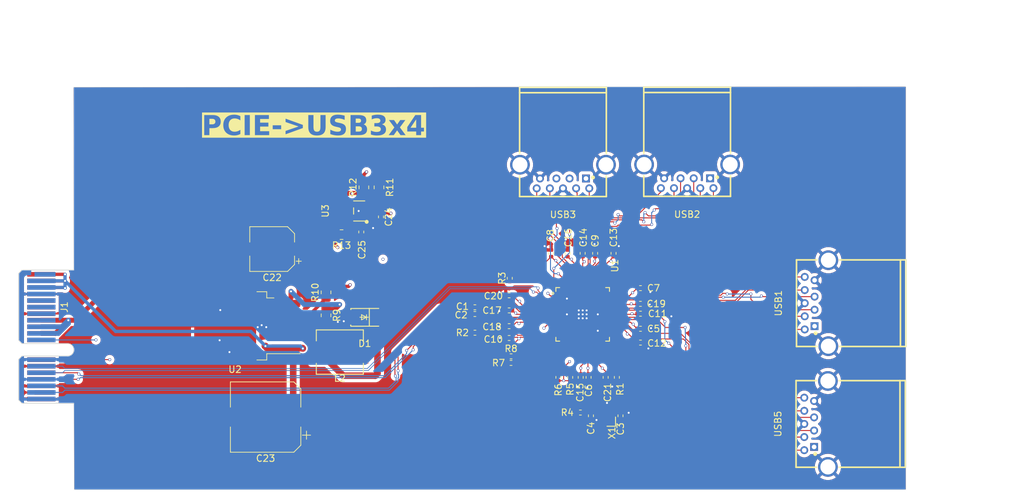
<source format=kicad_pcb>
(kicad_pcb (version 20221018) (generator pcbnew)
  (layers (0 "F.Cu" signal) (1 "In1.Cu" signal) (2 "In2.Cu" signal) (3 "In3.Cu" signal) (4 "In4.Cu" signal) (31 "B.Cu" signal) (34 "B.Paste" user) (35 "F.Paste" user) (36 "B.SilkS" user "B.Silkscreen") (37 "F.SilkS" user "F.Silkscreen") (38 "B.Mask" user) (39 "F.Mask" user) (44 "Edge.Cuts" user))
  (net 0 "")
  (net 1 "/PCIE_CONN/PCIE_RX_P")
  (net 2 "Net-(U1-PETXP)")
  (net 3 "/PCIE_CONN/PCIE_RX_N")
  (net 4 "Net-(U1-PETXN)")
  (net 5 "Net-(U1-XT1)")
  (net 6 "GND")
  (net 7 "Net-(X1-OUT)")
  (net 8 "/USB_IC/3v3_A")
  (net 9 "Net-(U2-FB)")
  (net 10 "/PCIE_CONN/12v")
  (net 11 "/PCIE_CONN/3.3v")
  (net 12 "Net-(U3-OUT)")
  (net 13 "Net-(D1-A)")
  (net 19 "/PCIE_CONN/PCIE_N_RESET")
  (net 20 "/PCIE_CONN/PCIE_CLK_P")
  (net 21 "/PCIE_CONN/PCIE_CLK_N")
  (net 26 "/PCIE_CONN/PCIE_CLK_REQ")
  (net 27 "/PCIE_CONN/PCIE_TX_P")
  (net 28 "/PCIE_CONN/PCIE_TX_N")
  (net 30 "Net-(U1-RREF)")
  (net 31 "Net-(U1-PONRSTB)")
  (net 32 "Net-(U1-SMIB)")
  (net 33 "Net-(U1-XT2)")
  (net 34 "Net-(U1-OCI1B)")
  (net 35 "Net-(U1-OCI2B)")
  (net 36 "Net-(U1-OCI3B)")
  (net 37 "Net-(U1-OCI4B)")
  (net 38 "Net-(U2-~{ON}{slash}OFF)")
  (net 39 "/PSU/5V")
  (net 40 "Net-(U3-EN)")
  (net 42 "/USB_IC/1v05_USB")
  (net 51 "Net-(U1-U3TXDP1)")
  (net 52 "Net-(U1-U3TXDN1)")
  (net 53 "Net-(U1-U3RXDP1)")
  (net 54 "Net-(U1-U3RXDN1)")
  (net 55 "Net-(U1-U2DP1)")
  (net 56 "Net-(U1-U2DM1)")
  (net 57 "Net-(U1-U3TXDP2)")
  (net 58 "Net-(U1-U3TXDN2)")
  (net 59 "Net-(U1-U3RXDP2)")
  (net 60 "Net-(U1-U3RXDN2)")
  (net 61 "Net-(U1-U2DP2)")
  (net 62 "Net-(U1-U2DM2)")
  (net 63 "Net-(U1-U3TXDP3)")
  (net 64 "Net-(U1-U3TXDN3)")
  (net 65 "Net-(U1-U3RXDP3)")
  (net 66 "Net-(U1-U3RXDN3)")
  (net 67 "Net-(U1-U2DP3)")
  (net 68 "Net-(U1-U2DM3)")
  (net 69 "Net-(U1-U3TXDP4)")
  (net 70 "Net-(U1-U3TXDN4)")
  (net 71 "Net-(U1-U3RXDP4)")
  (net 72 "Net-(U1-U3RXDN4)")
  (net 73 "Net-(U1-U2DP4)")
  (net 74 "Net-(U1-U2DM4)")
  (net 76 "/USB_IC/3v3_USB")
  (footprint "Capacitor_SMD:CP_Elec_6.3x7.7" (layer "F.Cu") (at 152.63 78.95 180)
    (fp_text reference "C22")
    (fp_text value "220u")
  )
  (footprint "Resistor_SMD:R_0402_1005Metric" (layer "F.Cu") (at 183.488 88.846)
    (fp_text reference "C2")
    (fp_text value "100n")
  )
  (footprint "Resistor_SMD:R_0402_1005Metric" (layer "F.Cu") (at 195.1 79.6 90)
    (fp_text reference "C8")
    (fp_text value "10n")
  )
  (footprint "Resistor_SMD:R_0402_1005Metric" (layer "F.Cu") (at 199.555 103.86)
    (fp_text reference "R4")
    (fp_text value "680")
  )
  (footprint "Resistor_SMD:R_0402_1005Metric" (layer "F.Cu") (at 188.7 90.7)
    (fp_text reference "C18")
    (fp_text value "10n")
  )
  (footprint "Resistor_SMD:R_0805_2012Metric" (layer "F.Cu") (at 163.195 76.75 180)
    (fp_text reference "R13")
    (fp_text value "0R")
  )
  (footprint "Resistor_SMD:R_0402_1005Metric" (layer "F.Cu") (at 199.9 79.6 -90)
    (fp_text reference "C14")
    (fp_text value "10n")
  )
  (footprint "Resistor_SMD:R_0402_1005Metric" (layer "F.Cu") (at 200.8 98.5 -90)
    (fp_text reference "C6")
    (fp_text value "10n")
  )
  (footprint "Resistor_SMD:R_0402_1005Metric" (layer "F.Cu") (at 188.7 92.5 180)
    (fp_text reference "C10")
    (fp_text value "10n")
  )
  (footprint "Resistor_SMD:R_0402_1005Metric" (layer "F.Cu") (at 188.7 86 180)
    (fp_text reference "C20")
    (fp_text value "10n")
  )
  (footprint "Resistor_SMD:R_0402_1005Metric" (layer "F.Cu") (at 203.4 98.5 -90)
    (fp_text reference "C21")
    (fp_text value "10n")
  )
  (footprint "Resistor_SMD:R_0402_1005Metric" (layer "F.Cu") (at 189 95.3)
    (fp_text reference "R8")
    (fp_text value "10k")
  )
  (footprint "Resistor_SMD:R_0402_1005Metric" (layer "F.Cu") (at 205.1 98.5 90)
    (fp_text reference "R1")
    (fp_text value "1.62k")
  )
  (footprint "Resistor_SMD:R_0402_1005Metric" (layer "F.Cu") (at 188.99 96.3)
    (fp_text reference "R7")
    (fp_text value "10k")
  )
  (footprint "NEW:CRYSTAL-SMD_4P-L2.0-W1.6-BL" (layer "F.Cu") (at 203.45 104.3 90)
    (fp_text reference "X1")
    (fp_text value "7D024000H01")
  )
  (footprint "NEW:QFN-68_L8.0-W8.0-P0.40-BL-EP6.2" (layer "F.Cu") (at 199.898 88.9 -90)
    (fp_text reference "U1")
    (fp_text value "UPD720201K8-701-BAC-A")
  )
  (footprint "Resistor_SMD:R_0402_1005Metric" (layer "F.Cu") (at 205.655 104.36 90)
    (fp_text reference "C3")
    (fp_text value "8p")
  )
  (footprint "Resistor_SMD:R_0402_1005Metric" (layer "F.Cu") (at 208.7 84.9)
    (fp_text reference "C7")
    (fp_text value "10n")
  )
  (footprint "Resistor_SMD:R_0402_1005Metric" (layer "F.Cu") (at 196.2 98.5 90)
    (fp_text reference "R6")
    (fp_text value "10k")
  )
  (footprint "Resistor_SMD:R_0805_2012Metric" (layer "F.Cu") (at 160.83 85.55 90)
    (fp_text reference "R10")
    (fp_text value "0R")
  )
  (footprint "Resistor_SMD:R_0402_1005Metric" (layer "F.Cu") (at 183.5 91.7)
    (fp_text reference "R2")
    (fp_text value "10k")
  )
  (footprint "Capacitor_SMD:CP_Elec_10x10.5" (layer "F.Cu") (at 151.63 104.55 180)
    (fp_text reference "C23")
    (fp_text value "680u")
  )
  (footprint "Resistor_SMD:R_0402_1005Metric" (layer "F.Cu") (at 201.8 79.6 90)
    (fp_text reference "C9")
    (fp_text value "10n")
  )
  (footprint "Package_TO_SOT_SMD:TO-263-5_TabPin3" (layer "F.Cu") (at 146.98 90.65 180)
    (fp_text reference "U2")
    (fp_text value "LM2596S-5")
  )
  (footprint "Resistor_SMD:R_0402_1005Metric" (layer "F.Cu") (at 188.7 88.3)
    (fp_text reference "C17")
    (fp_text value "10n")
  )
  (footprint "NEW:IND-SMD_L7.0-W6.6_FXL0650" (layer "F.Cu") (at 162.93 94.65 180)
    (fp_text reference "L2")
    (fp_text value "FXL0650-330-M")
  )
  (footprint "Resistor_SMD:R_0402_1005Metric" (layer "F.Cu") (at 204.6 79.6 -90)
    (fp_text reference "C13")
    (fp_text value "10n")
  )
  (footprint "Resistor_SMD:R_0402_1005Metric" (layer "F.Cu") (at 208.7 91.1)
    (fp_text reference "C5")
    (fp_text value "10n")
  )
  (footprint "Resistor_SMD:R_0402_1005Metric" (layer "F.Cu") (at 183.49 87.83)
    (fp_text reference "C1")
    (fp_text value "100n")
  )
  (footprint "Resistor_SMD:R_0402_1005Metric" (layer "F.Cu") (at 208.7 88.8 180)
    (fp_text reference "C11")
    (fp_text value "10n")
  )
  (footprint "Resistor_SMD:R_0402_1005Metric" (layer "F.Cu") (at 188.8 83.4 90)
    (fp_text reference "R3")
    (fp_text value "NOPOP")
  )
  (footprint "Resistor_SMD:R_0402_1005Metric" (layer "F.Cu") (at 208.7 93.2 180)
    (fp_text reference "C12")
    (fp_text value "10n")
  )
  (footprint "NEW:USB-A-TH_U231-091N-1BLRC19-S5" (layer "F.Cu") (at 235.43 105.6 90)
    (fp_text reference "USB5")
    (fp_text value "U231-091N-1BLRC19-S5")
  )
  (footprint "Resistor_SMD:R_0402_1005Metric" (layer "F.Cu") (at 169.195 74.05 -90)
    (fp_text reference "C24")
    (fp_text value "1u")
  )
  (footprint "Connector_PCBEdge:BUS_PCIexpress_x1" (layer "F.Cu") (at 117.5 82.8 -90)
    (fp_text reference "J1")
    (fp_text value "Bus_PCI_Express_x1")
    (fp_line (start -0.65 -4.95) (end -0.65 2.95) (stroke (width 0.1)) (layer "Edge.Cuts"))
    (fp_line (start -0.65 2.95) (end -0.15 3.45) (stroke (width 0.1)) (layer "Edge.Cuts"))
    (fp_line (start -0.15 3.45) (end 10.05 3.45) (stroke (width 0.1)) (layer "Edge.Cuts"))
    (fp_line (start 10.55 -4) (end 10.55 2.95) (stroke (width 0.1)) (layer "Edge.Cuts"))
    (fp_line (start 10.55 2.95) (end 10.05 3.45) (stroke (width 0.1)) (layer "Edge.Cuts"))
    (fp_line (start 12.45 -4) (end 12.45 2.95) (stroke (width 0.1)) (layer "Edge.Cuts"))
    (fp_line (start 12.45 2.95) (end 12.95 3.45) (stroke (width 0.1)) (layer "Edge.Cuts"))
    (fp_line (start 12.95 3.45) (end 19.15 3.45) (stroke (width 0.1)) (layer "Edge.Cuts"))
    (fp_line (start 19.65 -4.95) (end 19.65 2.95) (stroke (width 0.1)) (layer "Edge.Cuts"))
    (fp_line (start 19.65 2.95) (end 19.15 3.45) (stroke (width 0.1)) (layer "Edge.Cuts"))
    (fp_arc (start 10.55 -4) (mid 11.5 -4.95) (end 12.45 -4) (stroke (width 0.1)) (layer "Edge.Cuts"))
  )
  (footprint "Resistor_SMD:R_0805_2012Metric" (layer "F.Cu") (at 166.595 69.55 90)
    (fp_text reference "R12")
    (fp_text value "0R")
  )
  (footprint "NEW:USB-A-TH_U231-091N-1BLRC19-S5" (layer "F.Cu") (at 215.8 67.87 180)
    (fp_text reference "USB2")
    (fp_text value "U231-091N-1BLRC19-S5")
  )
  (footprint "Resistor_SMD:R_0402_1005Metric" (layer "F.Cu") (at 198 98.5 90)
    (fp_text reference "R5")
    (fp_text value "10k")
  )
  (footprint "Resistor_SMD:R_0402_1005Metric" (layer "F.Cu") (at 197.6 79.6 -90)
    (fp_text reference "C16")
    (fp_text value "10n")
  )
  (footprint "NEW:USB-A-TH_U231-091N-1BLRC19-S5" (layer "F.Cu") (at 196.9 67.9 180)
    (fp_text reference "USB3")
    (fp_text value "U231-091N-1BLRC19-S5")
  )
  (footprint "Resistor_SMD:R_0402_1005Metric" (layer "F.Cu") (at 199.6 98.5 90)
    (fp_text reference "C15")
    (fp_text value "10n")
  )
  (footprint "Resistor_SMD:R_0402_1005Metric" (layer "F.Cu") (at 208.69 87.3 180)
    (fp_text reference "C19")
    (fp_text value "10n")
  )
  (footprint "NEW:SOT-23-5_L3.0-W1.7-P0.95-LS2.8-BL" (layer "F.Cu") (at 165.88 73.15 90)
    (fp_text reference "U3")
    (fp_text value "TLV743105PDBVR")
  )
  (footprint "NEW:DO-214AC_L4.3-W2.7-LS5.0-RD" (layer "F.Cu") (at 166.73 89.35 180)
    (fp_text reference "D1")
    (fp_text value "SS34-MS")
  )
  (footprint "Resistor_SMD:R_0402_1005Metric" (layer "F.Cu") (at 201.155 104.36 -90)
    (fp_text reference "C4")
    (fp_text value "8p")
  )
  (footprint "Resistor_SMD:R_0805_2012Metric" (layer "F.Cu") (at 168.895 69.55 -90)
    (fp_text reference "R11")
    (fp_text value "0R")
  )
  (footprint "Resistor_SMD:R_0805_2012Metric" (layer "F.Cu") (at 160.83 89.05 -90)
    (fp_text reference "R9")
    (fp_text value "0R")
  )
  (footprint "NEW:USB-A-TH_U231-091N-1BLRC19-S5" (layer "F.Cu") (at 235.5 87.2 90)
    (fp_text reference "USB1")
    (fp_text value "U231-091N-1BLRC19-S5")
  )
  (footprint "Resistor_SMD:R_0402_1005Metric" (layer "F.Cu") (at 166.195 76.35 90)
    (fp_text reference "C25")
    (fp_text value "1u")
  )
  (gr_line (start 122.45 102.45) (end 122.5 115.6) (stroke (width 0.05)) (layer "Edge.Cuts"))
  (gr_line (start 122.5 115.6) (end 249.1 115.6) (stroke (width 0.05)) (layer "Edge.Cuts"))
  (gr_line (start 249.1 54.2) (end 122.4 54.3) (stroke (width 0.05)) (layer "Edge.Cuts"))
  (gr_line (start 122.4 54.3) (end 122.45 82.15) (stroke (width 0.05)) (layer "Edge.Cuts"))
  (gr_line (start 249.1 115.6) (end 249.1 54.2) (stroke (width 0.05)) (layer "Edge.Cuts"))
  (gr_text "PCIE->USB3x4" (at 141.9 62.1) (layer "F.SilkS" knockout) (effects (font (size 3 3) (thickness 0.3) bold) (justify left bottom)))
  (segment (start 171.4 98.3) (end 171.321 98.221) (width 0.15) (layer "F.Cu") (net 1))
  (segment (start 171.321 98.221) (end 171.321 94.566866) (width 0.15) (layer "F.Cu") (net 1))
  (segment (start 171.321 94.566866) (end 178.057866 87.83) (width 0.15) (layer "F.Cu") (net 1))
  (segment (start 178.057866 87.83) (end 182.98 87.83) (width 0.15) (layer "F.Cu") (net 1))
  (via (at 171.4 98.3) (size 0.45) (drill 0.3) (layers "F.Cu" "B.Cu") (net 1))
  (segment (start 171.499999 98.987867) (end 170.337866 100.15) (width 0.15) (layer "B.Cu") (net 1))
  (segment (start 171.4 98.3) (end 171.499999 98.399999) (width 0.15) (layer "B.Cu") (net 1))
  (segment (start 171.499999 98.399999) (end 171.499999 98.987867) (width 0.15) (layer "B.Cu") (net 1))
  (segment (start 121.075001 100.15) (end 120.725001 99.8) (width 0.15) (layer "B.Cu") (net 1))
  (segment (start 170.337866 100.15) (end 121.075001 100.15) (width 0.15) (layer "B.Cu") (net 1))
  (segment (start 120.725001 99.8) (end 117.5 99.8) (width 0.15) (layer "B.Cu") (net 1))
  (segment (start 184.73 87.1) (end 184 87.83) (width 0.15) (layer "F.Cu") (net 2))
  (segment (start 190.5 88.1) (end 189.5 87.1) (width 0.15) (layer "F.Cu") (net 2))
  (segment (start 195.988 88.1) (end 190.5 88.1) (width 0.15) (layer "F.Cu") (net 2))
  (segment (start 189.5 87.1) (end 184.73 87.1) (width 0.15) (layer "F.Cu") (net 2))
  (segment (start 177.823133 88.489001) (end 182.621001 88.489001) (width 0.15) (layer "F.Cu") (net 3))
  (segment (start 171.8 97.5) (end 171.8 94.512134) (width 0.15) (layer "F.Cu") (net 3))
  (segment (start 182.621001 88.489001) (end 182.978 88.846) (width 0.15) (layer "F.Cu") (net 3))
  (segment (start 171.8 94.512134) (end 177.823133 88.489001) (width 0.15) (layer "F.Cu") (net 3))
  (via (at 171.8 97.5) (size 0.45) (drill 0.3) (layers "F.Cu" "B.Cu") (net 3))
  (segment (start 171.8 98.577409) (end 171.8 99.112134) (width 0.15) (layer "B.Cu") (net 3))
  (segment (start 171.8 97.5) (end 171.8 98.022591) (width 0.15) (layer "B.Cu") (net 3))
  (segment (start 171.8 99.112134) (end 170.462134 100.45) (width 0.15) (layer "B.Cu") (net 3))
  (segment (start 170.462134 100.45) (end 121.075001 100.45) (width 0.15) (layer "B.Cu") (net 3))
  (segment (start 121.075001 100.45) (end 120.725001 100.8) (width 0.15) (layer "B.Cu") (net 3))
  (segment (start 171.879 98.498409) (end 171.8 98.577409) (width 0.15) (layer "B.Cu") (net 3))
  (segment (start 120.725001 100.8) (end 117.5 100.8) (width 0.15) (layer "B.Cu") (net 3))
  (segment (start 171.879 98.101591) (end 171.879 98.498409) (width 0.15) (layer "B.Cu") (net 3))
  (segment (start 171.8 98.022591) (end 171.879 98.101591) (width 0.15) (layer "B.Cu") (net 3))
  (segment (start 189.2 87.4) (end 190.3 88.5) (width 0.15) (layer "F.Cu") (net 4))
  (segment (start 190.3 88.5) (end 195.988 88.5) (width 0.15) (layer "F.Cu") (net 4))
  (segment (start 185.444 87.4) (end 189.2 87.4) (width 0.15) (layer "F.Cu") (net 4))
  (segment (start 183.998 88.846) (end 185.444 87.4) (width 0.15) (layer "F.Cu") (net 4))
  (segment (start 201.898 98.398) (end 201.898 92.81) (width 0.15) (layer "F.Cu") (net 5))
  (segment (start 205.525 105) (end 205.655 104.87) (width 0.15) (layer "F.Cu") (net 5))
  (segment (start 204.625 104.375) (end 204.625 101.125) (width 0.15) (layer "F.Cu") (net 5))
  (segment (start 204.625 101.125) (end 201.898 98.398) (width 0.15) (layer "F.Cu") (net 5))
  (segment (start 204 105) (end 205.525 105) (width 0.15) (layer "F.Cu") (net 5))
  (segment (start 204 105) (end 204.625 104.375) (width 0.15) (layer "F.Cu") (net 5))
  (segment (start 154.63 90.65) (end 151.93 90.65) (width 0.5) (layer "F.Cu") (net 6))
  (segment (start 167.995 75.75) (end 167.995 75.76) (width 0.5) (layer "F.Cu") (net 6))
  (segment (start 199.9 79.09) (end 199.9 77.9) (width 0.15) (layer "F.Cu") (net 6))
  (segment (start 167.915 75.84) (end 166.195 75.84) (width 0.5) (layer "F.Cu") (net 6))
  (segment (start 204 103.6) (end 204 102.8) (width 0.15) (layer "F.Cu") (net 6))
  (segment (start 197.3 77.5) (end 197.4 77.5) (width 0.15) (layer "F.Cu") (net 6))
  (segment (start 187.7 86) (end 187.2 85.5) (width 0.15) (layer "F.Cu") (net 6))
  (segment (start 209.21 91.1) (end 210.2 91.1) (width 0.15) (layer "F.Cu") (net 6))
  (segment (start 162.5425 89.9625) (end 162.63 90.05) (width 1) (layer "F.Cu") (net 6))
  (segment (start 164.1875 89.9625) (end 164.8 89.35) (width 1) (layer "F.Cu") (net 6))
  (segment (start 210 87.3) (end 210.1 87.4) (width 0.15) (layer "F.Cu") (net 6))
  (segment (start 188.19 92.5) (end 187.3 92.5) (width 0.15) (layer "F.Cu") (net 6))
  (segment (start 188.19 90.7) (end 187.3 90.7) (width 0.15) (layer "F.Cu") (net 6))
  (segment (start 206.9 103.9) (end 206.85 103.85) (width 0.15) (layer "F.Cu") (net 6))
  (segment (start 150.93 90.65) (end 150.63 90.65) (width 0.5) (layer "F.Cu") (net 6))
  (segment (start 203.098 92.81) (end 203.098 92.298) (width 0.15) (layer "F.Cu") (net 6))
  (segment (start 147.43 93.9) (end 147.905 93.425) (width 0.5) (layer "F.Cu") (net 6))
  (segment (start 151.53 90.65) (end 151.13 90.65) (width 0.5) (layer "F.Cu") (net 6))
  (segment (start 188.09 88.4) (end 188.19 88.3) (width 0.15) (layer "F.Cu") (net 6))
  (segment (start 209.21 88.8) (end 213.1 88.8) (width 0.15) (layer "F.Cu") (net 6))
  (segment (start 169.195 74.56) (end 168.005 75.75) (width 0.5) (layer "F.Cu") (net 6))
  (segment (start 197.6 79.09) (end 197.6 77.7) (width 0.15) (layer "F.Cu") (net 6))
  (segment (start 167.995 75.76) (end 167.915 75.84) (width 0.5) (layer "F.Cu") (net 6))
  (segment (start 197.6 77.7) (end 197.3 77.5) (width 0.15) (layer "F.Cu") (net 6))
  (segment (start 163.5425 89.9625) (end 164.1875 89.9625) (width 1) (layer "F.Cu") (net 6))
  (segment (start 204 102.8) (end 203.6 102.4) (width 0.15) (layer "F.Cu") (net 6))
  (segment (start 168.005 75.75) (end 167.995 75.75) (width 0.5) (layer "F.Cu") (net 6))
  (segment (start 209.21 84.9) (end 209.6 84.9) (width 0.15) (layer "F.Cu") (net 6))
  (segment (start 151.93 90.65) (end 151.73 90.85) (width 0.5) (layer "F.Cu") (net 6))
  (segment (start 205.1 99.01) (end 205.1 99.2) (width 0.15) (layer "F.Cu") (net 6))
  (segment (start 202.9 105) (end 202 105) (width 0.15) (layer "F.Cu") (net 6))
  (segment (start 151.13 90.65) (end 151.03 90.55) (width 0.5) (layer "F.Cu") (net 6))
  (segment (start 150.43 90.85) (end 150.23 90.65) (width 0.5) (layer "F.Cu") (net 6))
  (segment (start 199.6 99.4) (end 199.1 99.9) (width 0.15) (layer "F.Cu") (net 6))
  (segment (start 150.63 90.65) (end 150.43 90.85) (width 0.5) (layer "F.Cu") (net 6))
  (segment (start 203.4 99.01) (end 203.41 99.01) (width 0.15) (layer "F.Cu") (net 6))
  (segment (start 151.73 90.85) (end 151.53 90.65) (width 0.5) (layer "F.Cu") (net 6))
  (segment (start 162.7175 89.9625) (end 163.5175 89.9625) (width 1) (layer "F.Cu") (net 6))
  (segment (start 213.4 89.1) (end 213.4 89.2) (width 0.15) (layer "F.Cu") (net 6))
  (segment (start 188.19 86) (end 187.7 86) (width 0.15) (layer "F.Cu") (net 6))
  (segment (start 194.69 79.09) (end 194.1 78.5) (width 0.15) (layer "F.Cu") (net 6))
  (segment (start 200.8 99.01) (end 200.8 99.8) (width 0.15) (layer "F.Cu") (net 6))
  (segment (start 205.655 103.85) (end 206.9 103.9) (width 0.15) (layer "F.Cu") (net 6))
  (segment (start 213.1 88.8) (end 213.4 89.1) (width 0.15) (layer "F.Cu") (net 6))
  (segment (start 187.2 88.4) (end 188.09 88.4) (width 0.15) (layer "F.Cu") (net 6))
  (segment (start 165.795 73.15) (end 165.895 73.15) (width 0.5) (layer "F.Cu") (net 6))
  (segment (start 209.21 93.2) (end 209.21 93.41) (width 0.15) (layer "F.Cu") (net 6))
  (segment (start 202 105) (end 201.285 105) (width 0.15) (layer "F.Cu") (net 6))
  (segment (start 210.2 91.1) (end 210.3 91) (width 0.15) (layer "F.Cu") (net 6))
  (segment (start 167.03 73.15) (end 165.795 73.15) (width 0.5) (layer "F.Cu") (net 6))
  (segment (start 213.4 89.2) (end 213.5 89.2) (width 0.15) (layer "F.Cu") (net 6))
  (segment (start 209.2 87.3) (end 210 87.3) (width 0.15) (layer "F.Cu") (net 6))
  (segment (start 213.5 89.2) (end 213.5 89.2) (width 0.15) (layer "F.Cu") (net 6))
  (segment (start 205.1 99.2) (end 204.4 99.9) (width 0.15) (layer "F.Cu") (net 6))
  (segment (start 147.43 104.55) (end 147.43 93.9) (width 0.5) (layer "F.Cu") (net 6))
  (segment (start 204.6 79.09) (end 204.81 79.09) (width 0.15) (layer "F.Cu") (net 6))
  (segment (start 163.53 89.95) (end 163.5425 89.9625) (width 1) (layer "F.Cu") (net 6))
  (segment (start 204.4 99.9) (end 204.3 99.9) (width 0.15) (layer "F.Cu") (net 6))
  (segment (start 204.81 79.09) (end 205.4 78.5) (width 0.15) (layer "F.Cu") (net 6))
  (segment (start 200.8 99.8) (end 200.6 100) (width 0.15) (layer "F.Cu") (net 6))
  (segment (start 201.8 79.09) (end 201.8 78.3) (width 0.15) (layer "F.Cu") (net 6))
  (segment (start 162.63 90.05) (end 162.7175 89.9625) (width 1) (layer "F.Cu") (net 6))
  (segment (start 195.1 79.09) (end 194.69 79.09) (width 0.15) (layer "F.Cu") (net 6))
  (segment (start 199.6 99.01) (end 199.6 99.4) (width 0.15) (layer "F.Cu") (net 6))
  (segment (start 209.21 93.41) (end 209.9 94.1) (width 0.15) (layer "F.Cu") (net 6))
  (segment (start 203.41 99.01) (end 204.4 99.9) (width 0.15) (layer "F.Cu") (net 6))
  (segment (start 203.098 92.298) (end 202.2 91.4) (width 0.15) (layer "F.Cu") (net 6))
  (segment (start 201.285 105) (end 201.155 104.87) (width 0.15) (layer "F.Cu") (net 6))
  (segment (start 209.6 84.9) (end 210.2 85.5) (width 0.15) (layer "F.Cu") (net 6))
  (segment (start 163.5175 89.9625) (end 163.53 89.95) (width 1) (layer "F.Cu") (net 6))
  (segment (start 160.83 89.9625) (end 162.5425 89.9625) (width 1) (layer "F.Cu") (net 6))
  (segment (start 150.23 90.65) (end 145.48 90.65) (width 0.5) (layer "F.Cu") (net 6))
  (segment (start 151.03 90.55) (end 150.93 90.65) (width 0.5) (layer "F.Cu") (net 6))
  (segment (start 187.3 90.7) (end 187.2 90.8) (width 0.15) (layer "F.Cu") (net 6))
  (segment (start 201.8 78.3) (end 201.7 78.2) (width 0.15) (layer "F.Cu") (net 6))
  (via (at 210.2 85.5) (size 0.45) (drill 0.3) (layers "F.Cu" "B.Cu") (net 6))
  (via (at 202.2 91.4) (size 0.45) (drill 0.3) (layers "F.Cu" "B.Cu") (net 6))
  (via (at 199.9 89.5) (size 0.45) (drill 0.3) (layers "F.Cu" "B.Cu") (net 6))
  (via (at 151.73 90.85) (size 0.45) (drill 0.3) (layers "F.Cu" "B.Cu") (net 6))
  (via (at 204.4 99.9) (size 0.45) (drill 0.3) (layers "F.Cu" "B.Cu") (net 6))
  (via (at 187.2 88.4) (size 0.45) (drill 0.3) (layers "F.Cu" "B.Cu") (net 6))
  (via (at 200.5 88.3) (size 0.45) (drill 0.3) (layers "F.Cu" "B.Cu") (net 6))
  (via (at 200.5 88.9) (size 0.45) (drill 0.3) (layers "F.Cu" "B.Cu") (net 6))
  (via (at 151.03 90.55) (size 0.45) (drill 0.3) (layers "F.Cu" "B.Cu") (net 6))
  (via (at 199.9 88.3) (size 0.45) (drill 0.3) (layers "F.Cu" "B.Cu") (net 6))
  (via (at 187.2 85.5) (size 0.45) (drill 0.3) (layers "F.Cu" "B.Cu") (net 6))
  (via (at 199.3 88.9) (size 0.45) (drill 0.3) (layers "F.Cu" "B.Cu") (net 6))
  (via (at 202 105) (size 0.45) (drill 0.3) (layers "F.Cu" "B.Cu") (net 6))
  (via (at 199.3 88.3) (size 0.45) (drill 0.3) (layers "F.Cu" "B.Cu") (net 6))
  (via (at 144.63 92.85) (size 0.45) (drill 0.3) (layers "F.Cu" "B.Cu") (net 6))
  (via (at 209.9 94.1) (size 0.45) (drill 0.3) (layers "F.Cu" "B.Cu") (net 6))
  (via (at 144.73 88.25) (size 0.45) (drill 0.3) (layers "F.Cu" "B.Cu") (net 6))
  (via (at 210.1 87.4) (size 0.45) (drill 0.3) (layers "F.Cu" "B.Cu") (net 6))
  (via (at 203.6 102.4) (size 0.45) (drill 0.3) (layers "F.Cu" "B.Cu") (net 6))
  (via (at 197.3 77.5) (size 0.45) (drill 0.3) (layers "F.Cu" "B.Cu") (net 6))
  (via (at 197.5 86.5) (size 0.45) (drill 0.3) (layers "F.Cu" "B.Cu") (net 6))
  (via (at 197.5 88.9) (size 0.45) (drill 0.3) (layers "F.Cu" "B.Cu") (net 6))
  (via (at 200.6 100) (size 0.45) (drill 0.3) (layers "F.Cu" "B.Cu") (net 6))
  (via (at 194.1 78.5) (size 0.45) (drill 0.3) (layers "F.Cu" "B.Cu") (net 6))
  (via (at 199.9 88.9) (size 0.45) (drill 0.3) (layers "F.Cu" "B.Cu") (net 6))
  (via (at 206.9 103.9) (size 0.45) (drill 0.3) (layers "F.Cu" "B.Cu") (net 6))
  (via (at 200.5 89.5) (size 0.45) (drill 0.3) (layers "F.Cu" "B.Cu") (net 6))
  (via (at 199.3 89.5) (size 0.45) (drill 0.3) (layers "F.Cu" "B.Cu") (net 6))
  (via (at 201.7 78.2) (size 0.45) (drill 0.3) (layers "F.Cu" "B.Cu") (net 6))
  (via (at 187.2 90.8) (size 0.45) (drill 0.3) (layers "F.Cu" "B.Cu") (net 6))
  (via (at 165.795 73.15) (size 0.45) (drill 0.3) (layers "F.Cu" "B.Cu") (net 6))
  (via (at 202.2 88.9) (size 0.45) (drill 0.3) (layers "F.Cu" "B.Cu") (net 6))
  (via (at 205.4 78.5) (size 0.45) (drill 0.3) (layers "F.Cu" "B.Cu") (net 6))
  (via (at 146.13 94.65) (size 0.45) (drill 0.3) (layers "F.Cu" "B.Cu") (net 6))
  (via (at 162.63 90.05) (size 0.45) (drill 0.3) (layers "F.Cu" "B.Cu") (net 6))
  (via (at 210.3 91) (size 0.45) (drill 0.3) (layers "F.Cu" "B.Cu") (net 6))
  (via (at 187.3 92.5) (size 0.45) (drill 0.3) (layers "F.Cu" "B.Cu") (net 6))
  (via (at 150.43 90.85) (size 0.45) (drill 0.3) (layers "F.Cu" "B.Cu") (net 6))
  (via (at 213.4 89.2) (size 0.45) (drill 0.3) (layers "F.Cu" "B.Cu") (net 6))
  (via (at 199.9 77.9) (size 0.45) (drill 0.3) (layers "F.Cu" "B.Cu") (net 6))
  (via (at 163.53 89.95) (size 0.45) (drill 0.3) (layers "F.Cu" "B.Cu") (net 6))
  (via (at 199.1 99.9) (size 0.45) (drill 0.3) (layers "F.Cu" "B.Cu") (net 6))
  (via (at 167.995 75.75) (size 0.45) (drill 0.3) (layers "F.Cu" "B.Cu") (net 6))
  (segment (start 200.075 103.85) (end 200.065 103.86) (width 0.15) (layer "F.Cu") (net 7))
  (segment (start 202.9 103.6) (end 201.405 103.6) (width 0.15) (layer "F.Cu") (net 7))
  (segment (start 201.405 103.6) (end 201.155 103.85) (width 0.15) (layer "F.Cu") (net 7))
  (segment (start 201.155 103.85) (end 200.075 103.85) (width 0.15) (layer "F.Cu") (net 7))
  (segment (start 203.4 97.99) (end 203.4 97.6) (width 0.15) (layer "F.Cu") (net 8))
  (segment (start 190.91 87.7) (end 195.988 87.7) (width 0.15) (layer "F.Cu") (net 8))
  (segment (start 190.11 86.9) (end 190.3 86.9) (width 0.15) (layer "F.Cu") (net 8))
  (segment (start 190.3 86.9) (end 190.3 87.09) (width 0.15) (layer "F.Cu") (net 8))
  (segment (start 202.298 96.498) (end 202.298 92.81) (width 0.15) (layer "F.Cu") (net 8))
  (segment (start 190.3 87.09) (end 190.91 87.7) (width 0.15) (layer "F.Cu") (net 8))
  (segment (start 202.9 97.1) (end 202.298 96.498) (width 0.15) (layer "F.Cu") (net 8))
  (segment (start 189.21 86) (end 190.11 86.9) (width 0.15) (layer "F.Cu") (net 8))
  (segment (start 203.4 97.6) (end 202.9 97.1) (width 0.15) (layer "F.Cu") (net 8))
  (via (at 202.9 97.1) (size 0.45) (drill 0.3) (layers "F.Cu" "B.Cu") (net 8))
  (via (at 190.3 86.9) (size 0.45) (drill 0.3) (layers "F.Cu" "B.Cu") (net 8))
  (segment (start 166.01 94.65) (end 163.33 94.65) (width 0.5) (layer "F.Cu") (net 9))
  (segment (start 161.51 92.734314) (end 161.275686 92.5) (width 0.5) (layer "F.Cu") (net 9))
  (segment (start 161.18 92.5) (end 158.3425 89.6625) (width 0.5) (layer "F.Cu") (net 9))
  (segment (start 158.3425 89.6625) (end 158.3425 88.95) (width 0.5) (layer "F.Cu") (net 9))
  (segment (start 161.51 92.83) (end 161.51 92.734314) (width 0.5) (layer "F.Cu") (net 9))
  (segment (start 161.275686 92.5) (end 161.18 92.5) (width 0.5) (layer "F.Cu") (net 9))
  (segment (start 160.83 86.4625) (end 158.3425 88.95) (width 0.5) (layer "F.Cu") (net 9))
  (segment (start 160.83 86.4625) (end 155.33 80.9625) (width 0.5) (layer "F.Cu") (net 9))
  (segment (start 155.33 80.9625) (end 155.33 78.95) (width 0.5) (layer "F.Cu") (net 9))
  (segment (start 158.3425 88.95) (end 154.63 88.95) (width 0.5) (layer "F.Cu") (net 9))
  (segment (start 163.33 94.65) (end 161.51 92.83) (width 0.5) (layer "F.Cu") (net 9))
  (segment (start 151.85 94.05) (end 151.606691 93.806691) (width 1) (layer "F.Cu") (net 10))
  (segment (start 154.63 94.05) (end 151.85 94.05) (width 1) (layer "F.Cu") (net 10))
  (segment (start 117.5 83.8) (end 121.1 83.8) (width 0.5) (layer "F.Cu") (net 10))
  (segment (start 155.83 95.25) (end 154.63 94.05) (width 1) (layer "F.Cu") (net 10))
  (segment (start 155.83 104.55) (end 155.83 95.25) (width 1) (layer "F.Cu") (net 10))
  (segment (start 121 84.8) (end 121.1 84.9) (width 0.5) (layer "F.Cu") (net 10))
  (segment (start 151.606691 93.806691) (end 151.606691 93.731782) (width 1) (layer "F.Cu") (net 10))
  (segment (start 117.5 84.8) (end 121 84.8) (width 0.5) (layer "F.Cu") (net 10))
  (segment (start 154.63 94.05) (end 157.25 94.05) (width 1) (layer "F.Cu") (net 10))
  (segment (start 117.5 82.8) (end 121.1 82.8) (width 0.5) (layer "F.Cu") (net 10))
  (segment (start 157.25 94.05) (end 157.3 94.1) (width 1) (layer "F.Cu") (net 10))
  (segment (start 151.531782 93.731782) (end 151.6 93.8) (width 1) (layer "F.Cu") (net 10))
  (segment (start 151.606691 93.731782) (end 151.531782 93.731782) (width 1) (layer "F.Cu") (net 10))
  (via (at 121.1 84.9) (size 0.45) (drill 0.3) (layers "F.Cu" "B.Cu") (net 10))
  (via (at 151.606691 93.731782) (size 0.45) (drill 0.3) (layers "F.Cu" "B.Cu") (net 10))
  (via (at 121.1 82.8) (size 0.45) (drill 0.3) (layers "F.Cu" "B.Cu") (net 10))
  (via (at 121.1 83.8) (size 0.45) (drill 0.3) (layers "F.Cu" "B.Cu") (net 10))
  (via (at 157.3 94.1) (size 0.45) (drill 0.3) (layers "F.Cu" "B.Cu") (net 10))
  (segment (start 151.606691 93.731782) (end 156.931782 93.731782) (width 0.5) (layer "B.Cu") (net 10))
  (segment (start 156.931782 93.731782) (end 157.3 94.1) (width 0.5) (layer "B.Cu") (net 10))
  (segment (start 128.804 91.504) (end 149.378909 91.504) (width 0.5) (layer "B.Cu") (net 10))
  (segment (start 149.378909 91.504) (end 151.606691 93.731782) (width 0.5) (layer "B.Cu") (net 10))
  (segment (start 117.5 84.8) (end 121 84.8) (width 0.5) (layer "B.Cu") (net 10))
  (segment (start 121.1 83.8) (end 128.804 91.504) (width 0.5) (layer "B.Cu") (net 10))
  (segment (start 117.5 83.8) (end 121.1 83.8) (width 0.5) (layer "B.Cu") (net 10))
  (segment (start 121 84.8) (end 121.1 84.9) (width 0.5) (layer "B.Cu") (net 10))
  (segment (start 121.1 82.8) (end 121.1 84.9) (width 0.5) (layer "B.Cu") (net 10))
  (segment (start 169.195 73.54) (end 170.66 73.54) (width 0.5) (layer "F.Cu") (net 11))
  (segment (start 119.65 91.8) (end 121.65 89.8) (width 0.75) (layer "F.Cu") (net 11))
  (segment (start 164.8375 70.4625) (end 166.595 70.4625) (width 0.75) (layer "F.Cu") (net 11))
  (segment (start 169.195 73.54) (end 168.875 73.54) (width 0.5) (layer "F.Cu") (net 11))
  (segment (start 164.8 70.5) (end 164.8375 70.4625) (width 0.75) (layer "F.Cu") (net 11))
  (segment (start 170.66 73.54) (end 170.7 73.5) (width 0.5) (layer "F.Cu") (net 11))
  (segment (start 168.875 73.54) (end 168.315 74.1) (width 0.5) (layer "F.Cu") (net 11))
  (segment (start 121.65 89.8) (end 122.1 89.8) (width 0.75) (layer "F.Cu") (net 11))
  (segment (start 168.315 74.1) (end 167.03 74.1) (width 0.5) (layer "F.Cu") (net 11))
  (segment (start 121.6 89.8) (end 122.1 89.8) (width 0.75) (layer "F.Cu") (net 11))
  (segment (start 168.895 70.4625) (end 166.595 70.4625) (width 0.5) (layer "F.Cu") (net 11))
  (segment (start 142.0375 70.4625) (end 164.7625 70.4625) (width 0.75) (layer "F.Cu") (net 11))
  (segment (start 164.7625 70.4625) (end 164.8 70.5) (width 0.75) (layer "F.Cu") (net 11))
  (segment (start 117.5 91.8) (end 119.65 91.8) (width 0.75) (layer "F.Cu") (net 11))
  (segment (start 122.7 89.8) (end 142.0375 70.4625) (width 0.75) (layer "F.Cu") (net 11))
  (segment (start 117.5 89.8) (end 121.6 89.8) (width 0.75) (layer "F.Cu") (net 11))
  (segment (start 122.1 89.8) (end 122.7 89.8) (width 0.75) (layer "F.Cu") (net 11))
  (via (at 121.6 89.8) (size 0.45) (drill 0.3) (layers "F.Cu" "B.Cu") (net 11))
  (via (at 170.7 73.5) (size 0.45) (drill 0.3) (layers "F.Cu" "B.Cu") (net 11))
  (via (at 164.8 70.5) (size 0.45) (drill 0.3) (layers "F.Cu" "B.Cu") (net 11))
  (segment (start 120.1 91.8) (end 121.6 90.3) (width 0.75) (layer "B.Cu") (net 11))
  (segment (start 121.6 90.3) (end 121.6 89.8) (width 0.75) (layer "B.Cu") (net 11))
  (segment (start 120.6 90.8) (end 121.6 89.8) (width 0.75) (layer "B.Cu") (net 11))
  (segment (start 117.5 90.8) (end 120.6 90.8) (width 0.75) (layer "B.Cu") (net 11))
  (segment (start 117.5 91.8) (end 120.1 91.8) (width 0.75) (layer "B.Cu") (net 11))
  (segment (start 164.73 74.1) (end 164.73 76.1275) (width 0.5) (layer "F.Cu") (net 12))
  (segment (start 164.2175 76.86) (end 164.1075 76.75) (width 0.5) (layer "F.Cu") (net 12))
  (segment (start 166.195 76.86) (end 164.2175 76.86) (width 0.5) (layer "F.Cu") (net 12))
  (segment (start 164.73 76.1275) (end 164.1075 76.75) (width 0.5) (layer "F.Cu") (net 12))
  (segment (start 163.45 98.25) (end 159.85 94.65) (width 1) (layer "F.Cu") (net 13))
  (segment (start 154.63 92.35) (end 157.55 92.35) (width 0.5) (layer "F.Cu") (net 13))
  (segment (start 168.66 89.35) (end 168.66 97.92) (width 1) (layer "F.Cu") (net 13))
  (segment (start 168.66 97.92) (end 168.33 98.25) (width 1) (layer "F.Cu") (net 13))
  (segment (start 157.55 92.35) (end 159.85 94.65) (width 0.5) (layer "F.Cu") (net 13))
  (segment (start 168.33 98.25) (end 163.45 98.25) (width 1) (layer "F.Cu") (net 13))
  (segment (start 195.988 86.1) (end 195 86.1) (width 0.15) (layer "F.Cu") (net 19))
  (segment (start 195 86.1) (end 194.6 85.7) (width 0.15) (layer "F.Cu") (net 19))
  (via (at 194.6 85.7) (size 0.45) (drill 0.3) (layers "F.Cu" "B.Cu") (net 19))
  (via (at 125.805385 92.797414) (size 0.45) (drill 0.3) (layers "F.Cu" "B.Cu") (net 19))
  (segment (start 117.5 92.8) (end 125.802799 92.8) (width 0.15) (layer "B.Cu") (net 19))
  (segment (start 125.802799 92.8) (end 125.805385 92.797414) (width 0.15) (layer "B.Cu") (net 19))
  (segment (start 195.988 86.9) (end 195.492999 86.9) (width 0.1087) (layer "F.Cu") (net 20))
  (segment (start 195.492999 86.9) (end 195.447349 86.94565) (width 0.1087) (layer "F.Cu") (net 20))
  (segment (start 195.447349 86.94565) (end 194.763934 86.94565) (width 0.1087) (layer "F.Cu") (net 20))
  (segment (start 193.109142 85.290858) (end 193.1 85.281716) (width 0.1087) (layer "F.Cu") (net 20))
  (segment (start 193.1 85.281716) (end 193.1 84.9) (width 0.1087) (layer "F.Cu") (net 20))
  (segment (start 194.763934 86.94565) (end 193.109142 85.290858) (width 0.1087) (layer "F.Cu") (net 20))
  (via (at 193.1 84.9) (size 0.45) (drill 0.3) (layers "F.Cu" "B.Cu") (net 20))
  (segment (start 192.9 84.7) (end 179.581716 84.7) (width 0.1087) (layer "B.Cu") (net 20))
  (segment (start 121.070651 97.14565) (end 120.725001 96.8) (width 0.1087) (layer "B.Cu") (net 20))
  (segment (start 120.725001 96.8) (end 117.5 96.8) (width 0.1087) (layer "B.Cu") (net 20))
  (segment (start 179.581716 84.7) (end 167.136066 97.14565) (width 0.1087) (layer "B.Cu") (net 20))
  (segment (start 193.1 84.9) (end 192.9 84.7) (width 0.1087) (layer "B.Cu") (net 20))
  (segment (start 167.136066 97.14565) (end 121.070651 97.14565) (width 0.1087) (layer "B.Cu") (net 20))
  (segment (start 195.447349 87.25435) (end 194.636066 87.25435) (width 0.1087) (layer "F.Cu") (net 21))
  (segment (start 192.890858 85.509142) (end 192.881716 85.5) (width 0.1087) (layer "F.Cu") (net 21))
  (segment (start 194.636066 87.25435) (end 192.890858 85.509142) (width 0.1087) (layer "F.Cu") (net 21))
  (segment (start 195.988 87.3) (end 195.492999 87.3) (width 0.1087) (layer "F.Cu") (net 21))
  (segment (start 195.492999 87.3) (end 195.447349 87.25435) (width 0.1087) (layer "F.Cu") (net 21))
  (segment (start 192.881716 85.5) (end 192.4 85.5) (width 0.1087) (layer "F.Cu") (net 21))
  (via (at 192.4 85.5) (size 0.45) (drill 0.3) (layers "F.Cu" "B.Cu") (net 21))
  (segment (start 191.9 85) (end 179.718284 85) (width 0.1087) (layer "B.Cu") (net 21))
  (segment (start 120.725001 97.8) (end 117.5 97.8) (width 0.1087) (layer "B.Cu") (net 21))
  (segment (start 121.070651 97.45435) (end 120.725001 97.8) (width 0.1087) (layer "B.Cu") (net 21))
  (segment (start 167.263934 97.45435) (end 121.070651 97.45435) (width 0.1087) (layer "B.Cu") (net 21))
  (segment (start 179.718284 85) (end 167.263934 97.45435) (width 0.1087) (layer "B.Cu") (net 21))
  (segment (start 192.4 85.5) (end 191.9 85) (width 0.1087) (layer "B.Cu") (net 21))
  (segment (start 195.988 90.5) (end 194.5 90.5) (width 0.15) (layer "F.Cu") (net 26))
  (segment (start 127.9 95.8) (end 117.5 95.8) (width 0.15) (layer "F.Cu") (net 26))
  (segment (start 194.5 90.5) (end 194 91) (width 0.15) (layer "F.Cu") (net 26))
  (via (at 127.9 95.8) (size 0.45) (drill 0.3) (layers "F.Cu" "B.Cu") (net 26))
  (via (at 194 91) (size 0.45) (drill 0.3) (layers "F.Cu" "B.Cu") (net 26))
  (segment (start 195.442999 89.35) (end 195.492999 89.3) (width 0.15) (layer "F.Cu") (net 27))
  (segment (start 123 97.8) (end 117.5 97.8) (width 0.15) (layer "F.Cu") (net 27))
  (segment (start 123.2 98) (end 123 97.8) (width 0.15) (layer "F.Cu") (net 27))
  (segment (start 177.25 90.25) (end 184.437866 90.25) (width 0.15) (layer "F.Cu") (net 27))
  (segment (start 184.437866 90.25) (end 185.337866 89.35) (width 0.15) (layer "F.Cu") (net 27))
  (segment (start 185.337866 89.35) (end 195.442999 89.35) (width 0.15) (layer "F.Cu") (net 27))
  (segment (start 195.492999 89.3) (end 195.988 89.3) (width 0.15) (layer "F.Cu") (net 27))
  (segment (start 173.1 94.4) (end 177.25 90.25) (width 0.15) (layer "F.Cu") (net 27))
  (via (at 123.2 98) (size 0.45) (drill 0.3) (layers "F.Cu" "B.Cu") (net 27))
  (via (at 173.1 94.4) (size 0.45) (drill 0.3) (layers "F.Cu" "B.Cu") (net 27))
  (segment (start 123.2 98) (end 123.3 98) (width 0.15) (layer "B.Cu") (net 27))
  (segment (start 173.1 94.4) (end 173.1 94.875735) (width 0.15) (layer "B.Cu") (net 27))
  (segment (start 123.55 98.25) (end 123.2 98) (width 0.15) (layer "B.Cu") (net 27))
  (segment (start 173.1 94.875735) (end 169.725735 98.25) (width 0.15) (layer "B.Cu") (net 27))
  (segment (start 123.6 98.25) (end 123.55 98.25) (width 0.15) (layer "B.Cu") (net 27))
  (segment (start 169.725735 98.25) (end 123.6 98.25) (width 0.15) (layer "B.Cu") (net 27))
  (segment (start 174.1 93.824264) (end 174.1 94.3) (width 0.15) (layer "F.Cu") (net 28))
  (segment (start 123.1 98.8) (end 117.5 98.8) (width 0.15) (layer "F.Cu") (net 28))
  (segment (start 184.562134 90.55) (end 177.374264 90.55) (width 0.15) (layer "F.Cu") (net 28))
  (segment (start 195.492999 89.7) (end 195.442999 89.65) (width 0.15) (layer "F.Cu") (net 28))
  (segment (start 177.374264 90.55) (end 174.1 93.824264) (width 0.15) (layer "F.Cu") (net 28))
  (segment (start 195.988 89.7) (end 195.492999 89.7) (width 0.15) (layer "F.Cu") (net 28))
  (segment (start 195.442999 89.65) (end 185.462134 89.65) (width 0.15) (layer "F.Cu") (net 28))
  (segment (start 185.462134 89.65) (end 184.562134 90.55) (width 0.15) (layer "F.Cu") (net 28))
  (via (at 174.1 94.3) (size 0.45) (drill 0.3) (layers "F.Cu" "B.Cu") (net 28))
  (via (at 123.1 98.8) (size 0.45) (drill 0.3) (layers "F.Cu" "B.Cu") (net 28))
  (segment (start 123.6 98.55) (end 123.45 98.55) (width 0.15) (layer "B.Cu") (net 28))
  (segment (start 123.1 98.8) (end 123.2 98.8) (width 0.15) (layer "B.Cu") (net 28))
  (segment (start 174.1 94.3) (end 169.85 98.55) (width 0.15) (layer "B.Cu") (net 28))
  (segment (start 123.45 98.55) (end 123.1 98.8) (width 0.15) (layer "B.Cu") (net 28))
  (segment (start 169.85 98.55) (end 123.6 98.55) (width 0.15) (layer "B.Cu") (net 28))
  (segment (start 205.1 97.99) (end 202.698 95.588) (width 0.15) (layer "F.Cu") (net 30))
  (segment (start 202.698 95.588) (end 202.698 92.81) (width 0.15) (layer "F.Cu") (net 30))
  (segment (start 189.585736 91.7) (end 189.985736 92.1) (width 0.15) (layer "F.Cu") (net 31))
  (segment (start 194.415538 92.1) (end 195.615538 90.9) (width 0.15) (layer "F.Cu") (net 31))
  (segment (start 189.985736 92.1) (end 194.415538 92.1) (width 0.15) (layer "F.Cu") (net 31))
  (segment (start 184.01 91.7) (end 189.585736 91.7) (width 0.15) (layer "F.Cu") (net 31))
  (segment (start 195.615538 90.9) (end 195.988 90.9) (width 0.15) (layer "F.Cu") (net 31))
  (segment (start 194.198 83.91) (end 195.988 85.7) (width 0.15) (layer "F.Cu") (net 32))
  (segment (start 188.8 83.91) (end 194.198 83.91) (width 0.15) (layer "F.Cu") (net 32))
  (segment (start 201.498 101.407) (end 201.498 92.81) (width 0.15) (layer "F.Cu") (net 33))
  (segment (start 199.045 103.86) (end 201.498 101.407) (width 0.15) (layer "F.Cu") (net 33))
  (segment (start 198 97.99) (end 198.7 97.29) (width 0.15) (layer "F.Cu") (net 34))
  (segment (start 198.7 96.4) (end 199.898 95.202) (width 0.15) (layer "F.Cu") (net 34))
  (segment (start 198.7 97.29) (end 198.7 96.4) (width 0.15) (layer "F.Cu") (net 34))
  (segment (start 199.898 95.202) (end 199.898 92.81) (width 0.15) (layer "F.Cu") (net 34))
  (segment (start 199.098 93.702) (end 199.098 92.81) (width 0.15) (layer "F.Cu") (net 35))
  (segment (start 196.2 96.6) (end 199.098 93.702) (width 0.15) (layer "F.Cu") (net 35))
  (segment (start 196.2 97.99) (end 196.2 96.6) (width 0.15) (layer "F.Cu") (net 35))
  (segment (start 189.5 96.3) (end 195.306198 96.3) (width 0.15) (layer "F.Cu") (net 36))
  (segment (start 198.298 93.308198) (end 198.298 92.81) (width 0.15) (layer "F.Cu") (net 36))
  (segment (start 195.306198 96.3) (end 198.298 93.308198) (width 0.15) (layer "F.Cu") (net 36))
  (segment (start 197.498 93.308198) (end 197.498 92.81) (width 0.15) (layer "F.Cu") (net 37))
  (segment (start 195.506198 95.3) (end 197.498 93.308198) (width 0.15) (layer "F.Cu") (net 37))
  (segment (start 189.51 95.3) (end 195.506198 95.3) (width 0.15) (layer "F.Cu") (net 37))
  (segment (start 162.1625 88.1375) (end 162.9 87.4) (width 0.75) (layer "F.Cu") (net 38))
  (segment (start 155.5 86.38) (end 155.5 85.4) (width 0.75) (layer "F.Cu") (net 38))
  (segment (start 160.83 88.1375) (end 162.1625 88.1375) (width 0.75) (layer "F.Cu") (net 38))
  (segment (start 154.63 87.25) (end 155.5 86.38) (width 0.75) (layer "F.Cu") (net 38))
  (via (at 162.9 87.4) (size 0.45) (drill 0.3) (layers "F.Cu" "B.Cu") (net 38))
  (via (at 155.5 85.4) (size 0.45) (drill 0.3) (layers "F.Cu" "B.Cu") (net 38))
  (segment (start 162.9 87.4) (end 157.5 87.4) (width 0.75) (layer "B.Cu") (net 38))
  (segment (start 157.5 87.4) (end 155.5 85.4) (width 0.75) (layer "B.Cu") (net 38))
  (segment (start 164.2625 84.6375) (end 164.5 84.4) (width 0.5) (layer "F.Cu") (net 39))
  (segment (start 160.83 84.6375) (end 164.2625 84.6375) (width 0.5) (layer "F.Cu") (net 39))
  (via (at 164.5 84.4) (size 0.45) (drill 0.3) (layers "F.Cu" "B.Cu") (net 39))
  (segment (start 168.895 68.6375) (end 169.3825 68.6375) (width 0.5) (layer "F.Cu") (net 40))
  (segment (start 168.78924 72.2) (end 167.03 72.2) (width 0.5) (layer "F.Cu") (net 40))
  (segment (start 170.395 70.59424) (end 168.78924 72.2) (width 0.5) (layer "F.Cu") (net 40))
  (segment (start 170.395 69.65) (end 170.395 70.59424) (width 0.5) (layer "F.Cu") (net 40))
  (segment (start 169.3825 68.6375) (end 170.395 69.65) (width 0.5) (layer "F.Cu") (net 40))
  (segment (start 204.2 80.51) (end 204.2 80.8) (width 0.15) (layer "F.Cu") (net 42))
  (segment (start 208.19 93.2) (end 206.89 91.9) (width 0.15) (layer "F.Cu") (net 42))
  (segment (start 204.2 80.8) (end 203.91 80.8) (width 0.15) (layer "F.Cu") (net 42))
  (segment (start 199.9 81.121041) (end 199.9 84.988) (width 0.15) (layer "F.Cu") (net 42))
  (segment (start 207.4 87.4) (end 207.3 87.3) (width 0.15) (layer "F.Cu") (net 42))
  (segment (start 189.21 88.3) (end 189.61 88.7) (width 0.15) (layer "F.Cu") (net 42))
  (segment (start 207.4 88.8) (end 207.3 88.9) (width 0.15) (layer "F.Cu") (net 42))
  (segment (start 207.3 87.3) (end 207.2 87.4) (width 0.15) (layer "F.Cu") (net 42))
  (segment (start 207.5 88.9) (end 207.4 88.8) (width 0.15) (layer "F.Cu") (net 42))
  (segment (start 202.298 82.412) (end 202.298 84.99) (width 0.15) (layer "F.Cu") (net 42))
  (segment (start 208.19 88.8) (end 208.09 88.9) (width 0.15) (layer "F.Cu") (net 42))
  (segment (start 206.1 87.7) (end 203.808 87.7) (width 0.15) (layer "F.Cu") (net 42))
  (segment (start 198.698 81.208) (end 198.698 84.99) (width 0.15) (layer "F.Cu") (net 42))
  (segment (start 198.2 80.5) (end 198.2 80.71) (width 0.15) (layer "F.Cu") (net 42))
  (segment (start 189.61 88.7) (end 189.7 88.7) (width 0.15) (layer "F.Cu") (net 42))
  (segment (start 199.6 96.814264) (end 200.698 95.716264) (width 0.15) (layer "F.Cu") (net 42))
  (segment (start 207.3 88.9) (end 203.808 88.9) (width 0.15) (layer "F.Cu") (net 42))
  (segment (start 190.2 90.3) (end 190.4 90.1) (width 0.15) (layer "F.Cu") (net 42))
  (segment (start 208.09 88.9) (end 207.5 88.9) (width 0.15) (layer "F.Cu") (net 42))
  (segment (start 206.89 91.9) (end 206.7 91.9) (width 0.15) (layer "F.Cu") (net 42))
  (segment (start 189.7 88.79) (end 189.81 88.9) (width 0.15) (layer "F.Cu") (net 42))
  (segment (start 198.2 80.71) (end 198.698 81.208) (width 0.15) (layer "F.Cu") (net 42))
  (segment (start 197.99 80.5) (end 198.2 80.5) (width 0.15) (layer "F.Cu") (net 42))
  (segment (start 208.08 87.4) (end 207.4 87.4) (width 0.15) (layer "F.Cu") (net 42))
  (segment (start 190 90.1) (end 190.2 90.3) (width 0.15) (layer "F.Cu") (net 42))
  (segment (start 162.2825 76.75) (end 162.2825 78.3825) (width 0.5) (layer "F.Cu") (net 42))
  (segment (start 199.6 97.1) (end 199.6 96.814264) (width 0.15) (layer "F.Cu") (net 42))
  (segment (start 207.2 87.4) (end 206.4 87.4) (width 0.15) (layer "F.Cu") (net 42))
  (segment (start 199.9 80.11) (end 199.9 80.635363) (width 0.15) (layer "F.Cu") (net 42))
  (segment (start 162.2825 78.3825) (end 162.6 78.7) (width 0.5) (layer "F.Cu") (net 42))
  (segment (start 199.9 80.635363) (end 200.142839 80.878202) (width 0.15) (layer "F.Cu") (net 42))
  (segment (start 189.21 90.7) (end 189.81 90.1) (width 0.15) (layer "F.Cu") (net 42))
  (segment (start 204.6 80.11) (end 204.2 80.51) (width 0.15) (layer "F.Cu") (net 42))
  (segment (start 206.7 91.71) (end 206.29 91.3) (width 0.15) (layer "F.Cu") (net 42))
  (segment (start 189.7 88.7) (end 189.7 88.79) (width 0.15) (layer "F.Cu") (net 42))
  (segment (start 199.9 84.988) (end 199.898 84.99) (width 0.15) (layer "F.Cu") (net 42))
  (segment (start 208.18 87.3) (end 208.08 87.4) (width 0.15) (layer "F.Cu") (net 42))
  (segment (start 197.6 80.11) (end 197.99 80.5) (width 0.15) (layer "F.Cu") (net 42))
  (segment (start 200.142839 80.878202) (end 199.9 81.121041) (width 0.15) (layer "F.Cu") (net 42))
  (segment (start 189.81 90.1) (end 190 90.1) (width 0.15) (layer "F.Cu") (net 42))
  (segment (start 189.81 88.9) (end 195.988 88.9) (width 0.15) (layer "F.Cu") (net 42))
  (segment (start 206.4 87.4) (end 206.1 87.7) (width 0.15) (layer "F.Cu") (net 42))
  (segment (start 203.91 80.8) (end 202.298 82.412) (width 0.15) (layer "F.Cu") (net 42))
  (segment (start 199.6 97.99) (end 199.6 97.1) (width 0.15) (layer "F.Cu") (net 42))
  (segment (start 190.4 90.1) (end 195.988 90.1) (width 0.15) (layer "F.Cu") (net 42))
  (segment (start 206.29 91.3) (end 203.808 91.3) (width 0.15) (layer "F.Cu") (net 42))
  (segment (start 200.698 95.716264) (end 200.698 92.81) (width 0.15) (layer "F.Cu") (net 42))
  (segment (start 206.7 91.9) (end 206.7 91.71) (width 0.15) (layer "F.Cu") (net 42))
  (via (at 200.142839 80.878202) (size 0.45) (drill 0.3) (layers "F.Cu" "B.Cu") (net 42))
  (via (at 199.6 97.1) (size 0.45) (drill 0.3) (layers "F.Cu" "B.Cu") (net 42))
  (via (at 204.2 80.8) (size 0.45) (drill 0.3) (layers "F.Cu" "B.Cu") (net 42))
  (via (at 162.6 78.7) (size 0.45) (drill 0.3) (layers "F.Cu" "B.Cu") (net 42))
  (via (at 207.3 87.3) (size 0.45) (drill 0.3) (layers "F.Cu" "B.Cu") (net 42))
  (via (at 206.7 91.9) (size 0.45) (drill 0.3) (layers "F.Cu" "B.Cu") (net 42))
  (via (at 198.2 80.5) (size 0.45) (drill 0.3) (layers "F.Cu" "B.Cu") (net 42))
  (via (at 189.7 88.7) (size 0.45) (drill 0.3) (layers "F.Cu" "B.Cu") (net 42))
  (via (at 190.2 90.3) (size 0.45) (drill 0.3) (layers "F.Cu" "B.Cu") (net 42))
  (via (at 207.4 88.8) (size 0.45) (drill 0.3) (layers "F.Cu" "B.Cu") (net 42))
  (segment (start 228.4 109.6) (end 214.1 95.3) (width 0.15) (layer "F.Cu") (net 51))
  (segment (start 207.331934 95.3) (end 204.131934 92.1) (width 0.15) (layer "F.Cu") (net 51))
  (segment (start 214.1 95.3) (end 207.331934 95.3) (width 0.15) (layer "F.Cu") (net 51))
  (segment (start 233.63 109.6) (end 228.4 109.6) (width 0.15) (layer "F.Cu") (net 51))
  (segment (start 204.131934 92.1) (end 203.808 92.1) (width 0.15) (layer "F.Cu") (net 51))
  (segment (start 207.456198 95) (end 204.156198 91.7) (width 0.15) (layer "F.Cu") (net 52))
  (segment (start 204.156198 91.7) (end 203.808 91.7) (width 0.15) (layer "F.Cu") (net 52))
  (segment (start 226.875736 107.6) (end 214.275736 95) (width 0.15) (layer "F.Cu") (net 52))
  (segment (start 233.63 107.6) (end 226.875736 107.6) (width 0.15) (layer "F.Cu") (net 52))
  (segment (start 214.275736 95) (end 207.456198 95) (width 0.15) (layer "F.Cu") (net 52))
  (segment (start 215.232409 92.655) (end 208.49162 92.655) (width 0.15) (layer "F.Cu") (net 53))
  (segment (start 224.148528 103.6) (end 216.079 95.530472) (width 0.15) (layer "F.Cu") (net 53))
  (segment (start 233.63 103.6) (end 224.148528 103.6) (width 0.15) (layer "F.Cu") (net 53))
  (segment (start 216.079 95.530472) (end 216.079 93.501591) (width 0.15) (layer "F.Cu") (net 53))
  (segment (start 216.079 93.501591) (end 215.232409 92.655) (width 0.15) (layer "F.Cu") (net 53))
  (segment (start 208.49162 92.655) (end 206.73662 90.9) (width 0.15) (layer "F.Cu") (net 53))
  (segment (start 206.73662 90.9) (end 203.808 90.9) (width 0.15) (layer "F.Cu") (net 53))
  (segment (start 222.572792 101.6) (end 216.379 95.406208) (width 0.15) (layer "F.Cu") (net 54))
  (segment (start 216.379 95.406208) (end 216.379 93.377327) (width 0.15) (layer "F.Cu") (net 54))
  (segment (start 214.801673 91.8) (end 208.060884 91.8) (width 0.15) (layer "F.Cu") (net 54))
  (segment (start 206.760884 90.5) (end 203.808 90.5) (width 0.15) (layer "F.Cu") (net 54))
  (segment (start 233.63 101.6) (end 222.572792 101.6) (width 0.15) (layer "F.Cu") (net 54))
  (segment (start 216.379 93.377327) (end 214.801673 91.8) (width 0.15) (layer "F.Cu") (net 54))
  (segment (start 208.060884 91.8) (end 206.760884 90.5) (width 0.15) (layer "F.Cu") (net 54))
  (segment (start 215.6 95.475736) (end 215.6 93.7) (width 0.15) (layer "F.Cu") (net 55))
  (segment (start 224.724264 104.6) (end 215.6 95.475736) (width 0.15) (layer "F.Cu") (net 55))
  (segment (start 203.808 89.7) (end 211.3 89.7) (width 0.15) (layer "F.Cu") (net 55))
  (segment (start 211.3 89.7) (end 212.5 90.9) (width 0.15) (layer "F.Cu") (net 55))
  (segment (start 212.5 90.9) (end 215.5 90.9) (width 0.15) (layer "F.Cu") (net 55))
  (segment (start 235.13 104.6) (end 224.724264 104.6) (width 0.15) (layer "F.Cu") (net 55))
  (via (at 215.5 90.9) (size 0.45) (drill 0.3) (layers "F.Cu" "B.Cu") (net 55))
  (via (at 215.6 93.7) (size 0.45) (drill 0.3) (layers "F.Cu" "B.Cu") (net 55))
  (segment (start 215.6 93.7) (end 215.5 93.7) (width 0.15) (layer "B.Cu") (net 55))
  (segment (start 215.5 90.9) (end 215.6 93.7) (width 0.15) (layer "B.Cu") (net 55))
  (segment (start 235.13 106.6) (end 226.3 106.6) (width 0.15) (layer "F.Cu") (net 56))
  (segment (start 226.3 106.6) (end 213 93.3) (width 0.15) (layer "F.Cu") (net 56))
  (segment (start 203.808 89.3) (end 203.853 89.345) (width 0.15) (layer "F.Cu") (net 56))
  (segment (start 212.4 90) (end 212.5 90) (width 0.15) (layer "F.Cu") (net 56))
  (segment (start 203.853 89.345) (end 211.845 89.345) (width 0.15) (layer "F.Cu") (net 56))
  (segment (start 211.845 89.345) (end 212.4 89.9) (width 0.15) (layer "F.Cu") (net 56))
  (segment (start 212.4 89.9) (end 212.4 90) (width 0.15) (layer "F.Cu") (net 56))
  (via (at 212.4 90) (size 0.45) (drill 0.3) (layers "F.Cu" "B.Cu") (net 56))
  (via (at 213 93.3) (size 0.45) (drill 0.3) (layers "F.Cu" "B.Cu") (net 56))
  (segment (start 213 93.3) (end 212.9 93.3) (width 0.15) (layer "B.Cu") (net 56))
  (segment (start 212.4 92.8) (end 213 93.3) (width 0.15) (layer "B.Cu") (net 56))
  (segment (start 212.4 90) (end 212.4 92.8) (width 0.15) (layer "B.Cu") (net 56))
  (segment (start 233.7 91.2) (end 229.1 91.2) (width 0.15) (layer "F.Cu") (net 57))
  (segment (start 206.412132 88.5) (end 203.808 88.5) (width 0.15) (layer "F.Cu") (net 57))
  (segment (start 226.155 88.255) (end 206.657132 88.255) (width 0.15) (layer "F.Cu") (net 57))
  (segment (start 229.1 91.2) (end 226.155 88.255) (width 0.15) (layer "F.Cu") (net 57))
  (segment (start 206.657132 88.255) (end 206.412132 88.5) (width 0.15) (layer "F.Cu") (net 57))
  (segment (start 227.524264 89.2) (end 226.279264 87.955) (width 0.15) (layer "F.Cu") (net 58))
  (segment (start 206.387868 88.1) (end 203.808 88.1) (width 0.15) (layer "F.Cu") (net 58))
  (segment (start 206.532868 87.955) (end 206.387868 88.1) (width 0.15) (layer "F.Cu") (net 58))
  (segment (start 233.7 89.2) (end 227.524264 89.2) (width 0.15) (layer "F.Cu") (net 58))
  (segment (start 226.279264 87.955) (end 206.532868 87.955) (width 0.15) (layer "F.Cu") (net 58))
  (segment (start 225.124264 85.2) (end 223.245264 87.079) (width 0.15) (layer "F.Cu") (net 59))
  (segment (start 233.7 85.2) (end 225.124264 85.2) (width 0.15) (layer "F.Cu") (net 59))
  (segment (start 206.1 86.7) (end 205.5 87.3) (width 0.15) (layer "F.Cu") (net 59))
  (segment (start 210.654736 87.079) (end 210.275736 86.7) (width 0.15) (layer "F.Cu") (net 59))
  (segment (start 210.275736 86.7) (end 206.1 86.7) (width 0.15) (layer "F.Cu") (net 59))
  (segment (start 223.245264 87.079) (end 210.654736 87.079) (width 0.15) (layer "F.Cu") (net 59))
  (segment (start 205.5 87.3) (end 203.808 87.3) (width 0.15) (layer "F.Cu") (net 59))
  (segment (start 223.121 86.779) (end 210.779 86.779) (width 0.15) (layer "F.Cu") (net 60))
  (segment (start 233.7 83.2) (end 226.7 83.2) (width 0.15) (layer "F.Cu") (net 60))
  (segment (start 210.4 86.4) (end 205.975736 86.4) (width 0.15) (layer "F.Cu") (net 60))
  (segment (start 205.975736 86.4) (end 205.475736 86.9) (width 0.15) (layer "F.Cu") (net 60))
  (segment (start 226.7 83.2) (end 223.121 86.779) (width 0.15) (layer "F.Cu") (net 60))
  (segment (start 205.475736 86.9) (end 203.808 86.9) (width 0.15) (layer "F.Cu") (net 60))
  (segment (start 210.779 86.779) (end 210.4 86.4) (width 0.15) (layer "F.Cu") (net 60))
  (segment (start 212.4 86.3) (end 210.3 84.2) (width 0.15) (layer "F.Cu") (net 61))
  (segment (start 207 84.2) (end 205.1 86.1) (width 0.15) (layer "F.Cu") (net 61))
  (segment (start 227.2 86.2) (end 227.1 86.1) (width 0.15) (layer "F.Cu") (net 61))
  (segment (start 210.3 84.2) (end 207 84.2) (width 0.15) (layer "F.Cu") (net 61))
  (segment (start 205.1 86.1) (end 203.808 86.1) (width 0.15) (layer "F.Cu") (net 61))
  (segment (start 235.2 86.2) (end 227.2 86.2) (width 0.15) (layer "F.Cu") (net 61))
  (segment (start 221.3 86.3) (end 212.4 86.3) (width 0.15) (layer "F.Cu") (net 61))
  (via (at 221.3 86.3) (size 0.45) (drill 0.3) (layers "F.Cu" "B.Cu") (net 61))
  (via (at 227.1 86.1) (size 0.45) (drill 0.3) (layers "F.Cu" "B.Cu") (net 61))
  (segment (start 227.1 86.1) (end 226.921 86.279) (width 0.15) (layer "B.Cu") (net 61))
  (segment (start 221.321 86.279) (end 221.3 86.3) (width 0.15) (layer "B.Cu") (net 61))
  (segment (start 226.921 86.279) (end 221.321 86.279) (width 0.15) (layer "B.Cu") (net 61))
  (segment (start 227.1 88.2) (end 225.5 86.6) (width 0.15) (layer "F.Cu") (net 62))
  (segment (start 235.2 88.2) (end 227.1 88.2) (width 0.15) (layer "F.Cu") (net 62))
  (segment (start 221.222591 85.7) (end 220.922591 86) (width 0.15) (layer "F.Cu") (net 62))
  (segment (start 221.9 85.8) (end 221.8 85.7) (width 0.15) (layer "F.Cu") (net 62))
  (segment (start 206.875736 83.9) (end 205.075736 85.7) (width 0.15) (layer "F.Cu") (net 62))
  (segment (start 225.5 86.6) (end 225.5 85.8) (width 0.15) (layer "F.Cu") (net 62))
  (segment (start 220.922591 86) (end 212.524264 86) (width 0.15) (layer "F.Cu") (net 62))
  (segment (start 221.8 85.7) (end 221.222591 85.7) (width 0.15) (layer "F.Cu") (net 62))
  (segment (start 205.075736 85.7) (end 203.808 85.7) (width 0.15) (layer "F.Cu") (net 62))
  (segment (start 210.424264 83.9) (end 206.875736 83.9) (width 0.15) (layer "F.Cu") (net 62))
  (segment (start 212.524264 86) (end 210.424264 83.9) (width 0.15) (layer "F.Cu") (net 62))
  (via (at 221.9 85.8) (size 0.45) (drill 0.3) (layers "F.Cu" "B.Cu") (net 62))
  (via (at 225.5 85.8) (size 0.45) (drill 0.3) (layers "F.Cu" "B.Cu") (net 62))
  (segment (start 225.5 85.8) (end 221.9 85.8) (width 0.15) (layer "B.Cu") (net 62))
  (segment (start 212.724264 74.8) (end 203.098 84.426264) (width 0.15) (layer "F.Cu") (net 63))
  (segment (start 203.098 84.426264) (end 203.098 84.99) (width 0.15) (layer "F.Cu") (net 63))
  (segment (start 216.3 74.8) (end 212.724264 74.8) (width 0.15) (layer "F.Cu") (net 63))
  (segment (start 219.8 71.3) (end 216.3 74.8) (width 0.15) (layer "F.Cu") (net 63))
  (segment (start 219.8 70.25) (end 219.8 71.3) (width 0.15) (layer "F.Cu") (net 63))
  (segment (start 216.175736 74.5) (end 212.6 74.5) (width 0.15) (layer "F.Cu") (net 64))
  (segment (start 217.8 70.25) (end 217.8 72.875736) (width 0.15) (layer "F.Cu") (net 64))
  (segment (start 217.8 72.875736) (end 216.175736 74.5) (width 0.15) (layer "F.Cu") (net 64))
  (segment (start 212.6 74.5) (end 202.698 84.402) (width 0.15) (layer "F.Cu") (net 64))
  (segment (start 202.698 84.402) (end 202.698 84.99) (width 0.15) (layer "F.Cu") (net 64))
  (segment (start 201.898 81.850528) (end 202.8 80.948528) (width 0.15) (layer "F.Cu") (net 65))
  (segment (start 203.748528 75.5) (end 205.1 75.5) (width 0.15) (layer "F.Cu") (net 65))
  (segment (start 211 72.8) (end 210.8 73) (width 0.15) (layer "F.Cu") (net 65))
  (segment (start 202.8 80.948528) (end 202.8 76.448528) (width 0.15) (layer "F.Cu") (net 65))
  (segment (start 201.898 84.99) (end 201.898 81.850528) (width 0.15) (layer "F.Cu") (net 65))
  (segment (start 213.8 71.7) (end 212.7 72.8) (width 0.15) (layer "F.Cu") (net 65))
  (segment (start 205.1 75.5) (end 205.3 75.3) (width 0.15) (layer "F.Cu") (net 65))
  (segment (start 205.3 75.3) (end 210.3 75.3) (width 0.15) (layer "F.Cu") (net 65))
  (segment (start 212.7 72.8) (end 211 72.8) (width 0.15) (layer "F.Cu") (net 65))
  (segment (start 202.8 76.448528) (end 203.748528 75.5) (width 0.15) (layer "F.Cu") (net 65))
  (segment (start 210.3 75.3) (end 210.4 75.2) (width 0.15) (layer "F.Cu") (net 65))
  (segment (start 213.8 70.25) (end 213.8 71.7) (width 0.15) (layer "F.Cu") (net 65))
  (via (at 210.8 73) (size 0.45) (drill 0.3) (layers "F.Cu" "B.Cu") (net 65))
  (via (at 210.4 75.2) (size 0.45) (drill 0.3) (layers "F.Cu" "B.Cu") (net 65))
  (segment (start 210.8 73) (end 210.4 73.4) (width 0.15) (layer "B.Cu") (net 65))
  (segment (start 210.4 73.4) (end 210.4 75.2) (width 0.15) (layer "B.Cu") (net 65))
  (segment (start 201.498 84.99) (end 201.498 81.826264) (width 0.15) (layer "F.Cu") (net 66))
  (segment (start 205.3 73.7) (end 205.5 73.9) (width 0.15) (layer "F.Cu") (net 66))
  (segment (start 202.5 76.324264) (end 204.024264 74.8) (width 0.15) (layer "F.Cu") (net 66))
  (segment (start 208.15 73.9) (end 211.8 70.25) (width 0.15) (layer "F.Cu") (net 66))
  (segment (start 204.024264 74.8) (end 204.4 74.8) (width 0.15) (layer "F.Cu") (net 66))
  (segment (start 202.5 80.824264) (end 202.5 78.6) (width 0.15) (layer "F.Cu") (net 66))
  (segment (start 205.5 73.9) (end 208.15 73.9) (width 0.15) (layer "F.Cu") (net 66))
  (segment (start 204.6 74.8) (end 204.8 75) (width 0.15) (layer "F.Cu") (net 66))
  (segment (start 201.498 81.826264) (end 202.5 80.824264) (width 0.15) (layer "F.Cu") (net 66))
  (segment (start 204.4 74.8) (end 204.6 74.8) (width 0.15) (layer "F.Cu") (net 66))
  (segment (start 202.5 78.6) (end 202.5 76.324264) (width 0.15) (layer "F.Cu") (net 66))
  (via (at 205.3 73.7) (size 0.45) (drill 0.3) (layers "F.Cu" "B.Cu") (net 66))
  (via (at 204.8 75) (size 0.45) (drill 0.3) (layers "F.Cu" "B.Cu") (net 66))
  (segment (start 204.8 75) (end 205.3 74.5) (width 0.15) (layer "B.Cu") (net 66))
  (segment (start 205.3 73.7) (end 205.3 73.8) (width 0.15) (layer "B.Cu") (net 66))
  (segment (start 205.3 74.5) (end 205.3 73.7) (width 0.15) (layer "B.Cu") (net 66))
  (segment (start 201.037868 77.362132) (end 203.9 74.5) (width 0.15) (layer "F.Cu") (net 67))
  (segment (start 201.037868 81.437868) (end 201.037868 77.362132) (width 0.15) (layer "F.Cu") (net 67))
  (segment (start 200.698 84.99) (end 200.698 81.777736) (width 0.15) (layer "F.Cu") (net 67))
  (segment (start 209.9 73.9) (end 209.4 73.4) (width 0.15) (layer "F.Cu") (net 67))
  (segment (start 200.698 81.777736) (end 201.037868 81.437868) (width 0.15) (layer "F.Cu") (net 67))
  (segment (start 213.7 73.9) (end 209.9 73.9) (width 0.15) (layer "F.Cu") (net 67))
  (segment (start 214.8 72.8) (end 213.7 73.9) (width 0.15) (layer "F.Cu") (net 67))
  (segment (start 208.9 74.5) (end 209.2 74.8) (width 0.15) (layer "F.Cu") (net 67))
  (segment (start 214.8 68.17) (end 214.8 72.8) (width 0.15) (layer "F.Cu") (net 67))
  (segment (start 203.9 74.5) (end 208.9 74.5) (width 0.15) (layer "F.Cu") (net 67))
  (via (at 209.4 73.4) (size 0.45) (drill 0.3) (layers "F.Cu" "B.Cu") (net 67))
  (via (at 209.2 74.8) (size 0.45) (drill 0.3) (layers "F.Cu" "B.Cu") (net 67))
  (segment (start 209.2 74.8) (end 209.2 73.6) (width 0.15) (layer "B.Cu") (net 67))
  (segment (start 209.2 73.6) (end 209.4 73.4) (width 0.15) (layer "B.Cu") (net 67))
  (segment (start 200.737868 81.313604) (end 200.298 81.753472) (width 0.15) (layer "F.Cu") (net 68))
  (segment (start 215.9 74.2) (end 203.7 74.2) (width 0.15) (layer "F.Cu") (net 68))
  (segment (start 216.8 73.3) (end 215.9 74.2) (width 0.15) (layer "F.Cu") (net 68))
  (segment (start 200.298 81.753472) (end 200.298 84.99) (width 0.15) (layer "F.Cu") (net 68))
  (segment (start 203.7 74.2) (end 200.737868 77.162132) (width 0.15) (layer "F.Cu") (net 68))
  (segment (start 200.737868 77.162132) (end 200.737868 81.313604) (width 0.15) (layer "F.Cu") (net 68))
  (segment (start 216.8 68.17) (end 216.8 73.3) (width 0.15) (layer "F.Cu") (net 68))
  (segment (start 200.9 71.3) (end 200.9 70.25) (width 0.15) (layer "F.Cu") (net 69))
  (segment (start 199.355 81.755) (end 199.355 72.845) (width 0.15) (layer "F.Cu") (net 69))
  (segment (start 199.355 72.845) (end 200.9 71.3) (width 0.15) (layer "F.Cu") (net 69))
  (segment (start 199.498 81.898) (end 199.355 81.755) (width 0.15) (layer "F.Cu") (net 69))
  (segment (start 199.498 84.99) (end 199.498 81.898) (width 0.15) (layer "F.Cu") (net 69))
  (segment (start 199.055 70.405) (end 198.9 70.25) (width 0.15) (layer "F.Cu") (net 70))
  (segment (start 199.098 84.99) (end 199.055 84.947) (width 0.15) (layer "F.Cu") (net 70))
  (segment (start 199.055 84.947) (end 199.055 70.405) (width 0.15) (layer "F.Cu") (net 70))
  (segment (start 196.8 78) (end 196.8 80.2) (width 0.15) (layer "F.Cu") (net 71))
  (segment (start 196.8 80.2) (end 198.298 81.698) (width 0.15) (layer "F.Cu") (net 71))
  (segment (start 194.9 76.1) (end 196.8 78) (width 0.15) (layer "F.Cu") (net 71))
  (segment (start 194.9 76.1) (end 194.9 70.25) (width 0.15) (layer "F.Cu") (net 71))
  (segment (start 198.298 81.698) (end 198.298 84.99) (width 0.15) (layer "F.Cu") (net 71))
  (segment (start 197.898 81.798) (end 196.1 80) (width 0.15) (layer "F.Cu") (net 72))
  (segment (start 192.9 74.8) (end 192.9 70.25) (width 0.15) (layer "F.Cu") (net 72))
  (segment (start 196.1 80) (end 196.1 78) (width 0.15) (layer "F.Cu") (net 72))
  (segment (start 196.1 78) (end 192.9 74.8) (width 0.15) (layer "F.Cu") (net 72))
  (segment (start 197.898 84.99) (end 197.898 81.798) (width 0.15) (layer "F.Cu") (net 72))
  (segment (start 197.098 83.598) (end 196.2 82.7) (width 0.15) (layer "F.Cu") (net 73))
  (segment (start 195.9 75.7) (end 196 75.8) (width 0.15) (layer "F.Cu") (net 73))
  (segment (start 197.098 84.99) (end 197.098 83.598) (width 0.15) (layer "F.Cu") (net 73))
  (segment (start 195.9 70.25) (end 195.9 75.7) (width 0.15) (layer "F.Cu") (net 73))
  (via (at 196 75.8) (size 0.45) (drill 0.3) (layers "F.Cu" "B.Cu") (net 73))
  (via (at 196.2 82.7) (size 0.45) (drill 0.3) (layers "F.Cu" "B.Cu") (net 73))
  (segment (start 195 81) (end 195 77.8) (width 0.15) (layer "B.Cu") (net 73))
  (segment (start 196.2 82.7) (end 195.622591 82.7) (width 0.15) (layer "B.Cu") (net 73))
  (segment (start 196 76.8) (end 196 75.8) (width 0.15) (layer "B.Cu") (net 73))
  (segment (start 195 82.077409) (end 195 81) (width 0.15) (layer "B.Cu") (net 73))
  (segment (start 195.622591 82.7) (end 195 82.077409) (width 0.15) (layer "B.Cu") (net 73))
  (segment (start 195 77.8) (end 196 76.8) (width 0.15) (layer "B.Cu") (net 73))
  (segment (start 195.5 81.9) (end 195.5 83.792) (width 0.15) (layer "F.Cu") (net 74))
  (segment (start 197.9 70.25) (end 197.9 76.7) (width 0.15) (layer "F.Cu") (net 74))
  (segment (start 195.5 83.792) (end 196.698 84.99) (width 0.15) (layer "F.Cu") (net 74))
  (via (at 197.9 76.7) (size 0.45) (drill 0.3) (layers "F.Cu" "B.Cu") (net 74))
  (via (at 195.5 81.9) (size 0.45) (drill 0.3) (layers "F.Cu" "B.Cu") (net 74))
  (segment (start 197.9 79.5) (end 197.9 76.7) (width 0.15) (layer "B.Cu") (net 74))
  (segment (start 195.5 81.9) (end 197.9 79.5) (width 0.15) (layer "B.Cu") (net 74))
  (segment (start 200.7 97.89) (end 200.7 97.1) (width 0.15) (layer "F.Cu") (net 76))
  (segment (start 195.1 80.11) (end 195.69 80.7) (width 0.15) (layer "F.Cu") (net 76))
  (segment (start 194.539802 92.4) (end 195.639802 91.3) (width 0.15) (layer "F.Cu") (net 76))
  (segment (start 207 86.1) (end 205.851472 86.1) (width 0.15) (layer "F.Cu") (net 76))
  (segment (start 166.595 67.605) (end 167 67.2) (width 0.5) (layer "F.Cu") (net 76))
  (segment (start 198 99.01) (end 197.01 99.01) (width 0.15) (layer "F.Cu") (net 76))
  (segment (start 207.5 85.59) (end 207.5 85.6) (width 0.15) (layer "F.Cu") (net 76))
  (segment (start 190.2 92.6) (end 190.4 92.4) (width 0.15) (layer "F.Cu") (net 76))
  (segment (start 207.49 90.4) (end 207.19 90.1) (width 0.15) (layer "F.Cu") (net 76))
  (segment (start 195.8 80.81) (end 197.498 82.508) (width 0.15) (layer "F.Cu") (net 76))
  (segment (start 196.99 99.01) (end 196.2 99.01) (width 0.15) (layer "F.Cu") (net 76))
  (segment (start 197 99) (end 197 97) (width 0.15) (layer "F.Cu") (net 76))
  (segment (start 200.7 97.1) (end 200.7 96.138528) (width 0.15) (layer "F.Cu") (net 76))
  (segment (start 207.6 90.4) (end 207.49 90.4) (width 0.15) (layer "F.Cu") (net 76))
  (segment (start 186.59 95.3) (end 188.49 95.3) (width 0.15) (layer "F.Cu") (net 76))
  (segment (start 207.5 85.6) (end 207.49 85.6) (width 0.15) (layer "F.Cu") (net 76))
  (segment (start 207.19 90.1) (end 203.808 90.1) (width 0.15) (layer "F.Cu") (net 76))
  (segment (start 197 99) (end 196.99 99.01) (width 0.15) (layer "F.Cu") (net 76))
  (segment (start 201.8 80.7) (end 201.7 80.8) (width 0.15) (layer "F.Cu") (net 76))
  (segment (start 205.451472 86.5) (end 203.808 86.5) (width 0.15) (layer "F.Cu") (net 76))
  (segment (start 192.32 82.89) (end 195.1 80.11) (width 0.15) (layer "F.Cu") (net 76))
  (segment (start 188.49 96.29) (end 188.48 96.3) (width 0.15) (layer "F.Cu") (net 76))
  (segment (start 188.49 95.3) (end 188.49 95.8) (width 0.15) (layer "F.Cu") (net 76))
  (segment (start 195.69 80.7) (end 195.8 80.7) (width 0.15) (layer "F.Cu") (net 76))
  (segment (start 205.851472 86.1) (end 205.451472 86.5) (width 0.15) (layer "F.Cu") (net 76))
  (segment (start 208.19 84.9) (end 207.5 85.59) (width 0.15) (layer "F.Cu") (net 76))
  (segment (start 189.21 92.5) (end 189.31 92.4) (width 0.15) (layer "F.Cu") (net 76))
  (segment (start 190.4 92.4) (end 194.539802 92.4) (width 0.15) (layer "F.Cu") (net 76))
  (segment (start 166.595 68.6375) (end 166.595 67.605) (width 0.5) (layer "F.Cu") (net 76))
  (segment (start 207.6 90.51) (end 207.6 90.4) (width 0.15) (layer "F.Cu") (net 76))
  (segment (start 201.8 81.1) (end 201.098 81.802) (width 0.15) (layer "F.Cu") (net 76))
  (segment (start 197.498 82.508) (end 197.498 84.99) (width 0.15) (layer "F.Cu") (net 76))
  (segment (start 201.098 95.740528) (end 201.098 92.81) (width 0.15) (layer "F.Cu") (net 76))
  (segment (start 188.49 95.8) (end 188.49 94.31) (width 0.15) (layer "F.Cu") (net 76))
  (segment (start 208.19 91.1) (end 207.6 90.51) (width 0.15) (layer "F.Cu") (net 76))
  (segment (start 207.1 85.99) (end 207.1 86) (width 0.15) (layer "F.Cu") (net 76))
  (segment (start 188.49 94.31) (end 190.2 92.6) (width 0.15) (layer "F.Cu") (net 76))
  (segment (start 188.49 95.8) (end 188.49 96.29) (width 0.15) (layer "F.Cu") (net 76))
  (segment (start 188.8 82.89) (end 192.32 82.89) (width 0.15) (layer "F.Cu") (net 76))
  (segment (start 189.31 92.4) (end 190 92.4) (width 0.15) (layer "F.Cu") (net 76))
  (segment (start 190 92.4) (end 190.2 92.6) (width 0.15) (layer "F.Cu") (net 76))
  (segment (start 197.01 99.01) (end 197 99) (width 0.15) (layer "F.Cu") (net 76))
  (segment (start 182.99 91.7) (end 186.59 95.3) (width 0.15) (layer "F.Cu") (net 76))
  (segment (start 197 97) (end 197.9 96.1) (width 0.15) (layer "F.Cu") (net 76))
  (segment (start 201.7 80.8) (end 201.8 80.9) (width 0.15) (layer "F.Cu") (net 76))
  (segment (start 201.8 80.9) (end 201.8 81.1) (width 0.15) (layer "F.Cu") (net 76))
  (segment (start 200.7 96.138528) (end 201.098 95.740528) (width 0.15) (layer "F.Cu") (net 76))
  (segment (start 201.8 80.11) (end 201.8 80.7) (width 0.15) (layer "F.Cu") (net 76))
  (segment (start 207.1 86) (end 207 86.1) (width 0.15) (layer "F.Cu") (net 76))
  (segment (start 207.49 85.6) (end 207.1 85.99) (width 0.15) (layer "F.Cu") (net 76))
  (segment (start 200.8 97.99) (end 200.7 97.89) (width 0.15) (layer "F.Cu") (net 76))
  (segment (start 195.8 80.7) (end 195.8 80.81) (width 0.15) (layer "F.Cu") (net 76))
  (segment (start 195.639802 91.3) (end 195.988 91.3) (width 0.15) (layer "F.Cu") (net 76))
  (segment (start 201.098 81.802) (end 201.098 84.99) (width 0.15) (layer "F.Cu") (net 76))
  (via (at 197 99) (size 0.45) (drill 0.3) (layers "F.Cu" "B.Cu") (net 76))
  (via (at 190.2 92.6) (size 0.45) (drill 0.3) (layers "F.Cu" "B.Cu") (net 76))
  (via (at 169.5 80.5) (size 0.45) (drill 0.3) (layers "F.Cu" "B.Cu") (net 76))
  (via (at 200.7 97.1) (size 0.45) (drill 0.3) (layers "F.Cu" "B.Cu") (net 76))
  (via (at 190.2 92.6) (size 0.45) (drill 0.3) (layers "F.Cu" "B.Cu") (net 76))
  (via (at 201.7 80.8) (size 0.45) (drill 0.3) (layers "F.Cu" "B.Cu") (net 76))
  (via (at 207.5 85.6) (size 0.45) (drill 0.3) (layers "F.Cu" "B.Cu") (net 76))
  (via (at 167 67.2) (size 0.45) (drill 0.3) (layers "F.Cu" "B.Cu") (net 76))
  (via (at 197.9 96.1) (size 0.45) (drill 0.3) (layers "F.Cu" "B.Cu") (net 76))
  (via (at 207.6 90.4) (size 0.45) (drill 0.3) (layers "F.Cu" "B.Cu") (net 76))
  (via (at 195.8 80.7) (size 0.45) (drill 0.3) (layers "F.Cu" "B.Cu") (net 76))
  (zone (net 6) (net_name "GND") (layers "F.Cu" "In1.Cu" "In2.Cu" "In3.Cu" "In4.Cu" "B.Cu") (connect_pads (clearance 0.5)) (min_thickness 0.25) (fill yes (thermal_gap 0.5) (thermal_bridge_width 0.5))
    (polygon (pts (xy 267.1 53.1) (xy 265.4 117.3) (xy 111.5 117.7) (xy 111.2 41) (xy 230 42.3)))
  )
)
</source>
